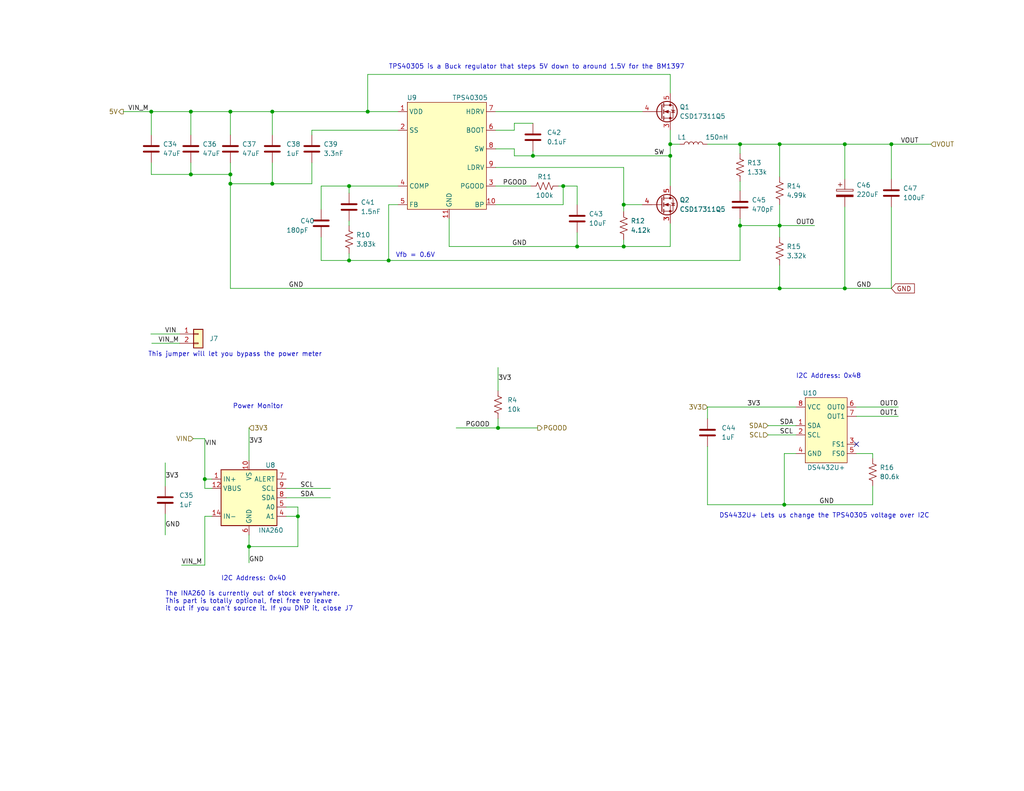
<source format=kicad_sch>
(kicad_sch (version 20230121) (generator eeschema)
  (paper "A")
  (title_block (title "BM1366 bitaxe") (date "2023-10-10") (rev "1.1"))
  (lib_symbols
    (symbol "Connector_Generic:Conn_01x02" (pin_names (offset 1.016) hide)
      (property "Reference" "J" (at 0 2.54 0))
      (property "Value" "Conn_01x02" (at 0 -5.08 0))
      (symbol "Conn_01x02_1_1"
        (rectangle (start -1.27 -2.413) (end 0 -2.667) (stroke (width 0.1524)))
        (rectangle (start -1.27 0.127) (end 0 -0.127) (stroke (width 0.1524)))
        (rectangle (start -1.27 1.27) (end 1.27 -3.81) (stroke (width 0.254)) (fill (type background)))
        (pin passive line (at -5.08 0 0) (length 3.81) (name "Pin_1") (number "1"))
        (pin passive line (at -5.08 -2.54 0) (length 3.81) (name "Pin_2") (number "2"))
      )
    )
    (symbol "Device:C" (pin_numbers hide) (pin_names (offset 0.254))
      (property "Reference" "C" (at 0.635 2.54 0))
      (property "Value" "C" (at 0.635 -2.54 0))
      (symbol "C_0_1"
        (polyline (pts (xy -2.032 -0.762) (xy 2.032 -0.762)) (stroke (width 0.508)))
        (polyline (pts (xy -2.032 0.762) (xy 2.032 0.762)) (stroke (width 0.508)))
      )
      (symbol "C_1_1"
        (pin passive line (at 0 3.81 270) (length 2.794) (name "~") (number "1"))
        (pin passive line (at 0 -3.81 90) (length 2.794) (name "~") (number "2"))
      )
    )
    (symbol "Device:C_Polarized" (pin_numbers hide) (pin_names (offset 0.254))
      (property "Reference" "C" (at 0.635 2.54 0))
      (property "Value" "C_Polarized" (at 0.635 -2.54 0))
      (symbol "C_Polarized_0_1"
        (rectangle (start -2.286 0.508) (end 2.286 1.016))
        (polyline (pts (xy -1.778 2.286) (xy -0.762 2.286)))
        (polyline (pts (xy -1.27 2.794) (xy -1.27 1.778)))
        (rectangle (start 2.286 -0.508) (end -2.286 -1.016) (fill (type outline)))
      )
      (symbol "C_Polarized_1_1"
        (pin passive line (at 0 3.81 270) (length 2.794) (name "~") (number "1"))
        (pin passive line (at 0 -3.81 90) (length 2.794) (name "~") (number "2"))
      )
    )
    (symbol "Device:L" (pin_numbers hide) (pin_names (offset 1.016) hide)
      (property "Reference" "L" (at -1.27 0 90))
      (property "Value" "L" (at 1.905 0 90))
      (symbol "L_0_1"
        (arc (start 0 -2.54) (mid 0.6323 -1.905) (end 0 -1.27))
        (arc (start 0 -1.27) (mid 0.6323 -0.635) (end 0 0))
        (arc (start 0 0) (mid 0.6323 0.635) (end 0 1.27))
        (arc (start 0 1.27) (mid 0.6323 1.905) (end 0 2.54))
      )
      (symbol "L_1_1"
        (pin passive line (at 0 3.81 270) (length 1.27) (name "1") (number "1"))
        (pin passive line (at 0 -3.81 90) (length 1.27) (name "2") (number "2"))
      )
    )
    (symbol "Device:R_US" (pin_numbers hide) (pin_names (offset 0))
      (property "Reference" "R" (at 2.54 0 90))
      (property "Value" "R_US" (at -2.54 0 90))
      (symbol "R_US_0_1"
        (polyline (pts (xy 0 -2.286) (xy 0 -2.54)))
        (polyline (pts (xy 0 2.286) (xy 0 2.54)))
        (polyline (pts (xy 0 -0.762) (xy 1.016 -1.143) (xy 0 -1.524) (xy -1.016 -1.905) (xy 0 -2.286)))
        (polyline (pts (xy 0 0.762) (xy 1.016 0.381) (xy 0 0) (xy -1.016 -0.381) (xy 0 -0.762)))
        (polyline (pts (xy 0 2.286) (xy 1.016 1.905) (xy 0 1.524) (xy -1.016 1.143) (xy 0 0.762)))
      )
      (symbol "R_US_1_1"
        (pin passive line (at 0 3.81 270) (length 1.27) (name "~") (number "1"))
        (pin passive line (at 0 -3.81 90) (length 1.27) (name "~") (number "2"))
      )
    )
    (symbol "Sensor:INA260"
      (property "Reference" "U" (at -6.35 8.89 0))
      (property "Value" "INA260" (at 2.54 8.89 0))
      (symbol "INA260_0_1"
        (rectangle (start -7.62 7.62) (end 7.62 -7.62) (stroke (width 0.254)) (fill (type background)))
      )
      (symbol "INA260_1_1"
        (pin passive line (at -10.16 5.08 0) (length 2.54) (name "IN+") (number "1"))
        (pin power_in line (at 0 10.16 270) (length 2.54) (name "VS") (number "10"))
        (pin passive line (at 0 -10.16 90) (length 2.54) hide (name "GND") (number "11"))
        (pin passive line (at -10.16 2.54 0) (length 2.54) (name "VBUS") (number "12"))
        (pin no_connect line (at 2.54 -7.62 90) (length 2.54) hide (name "NC") (number "13"))
        (pin passive line (at -10.16 -5.08 0) (length 2.54) (name "IN-") (number "14"))
        (pin passive line (at -10.16 -5.08 0) (length 2.54) hide (name "IN-") (number "15"))
        (pin passive line (at -10.16 -5.08 0) (length 2.54) hide (name "IN-") (number "16"))
        (pin passive line (at -10.16 5.08 0) (length 2.54) hide (name "IN+") (number "2"))
        (pin passive line (at -10.16 5.08 0) (length 2.54) hide (name "IN+") (number "3"))
        (pin input line (at 10.16 -5.08 180) (length 2.54) (name "A1") (number "4"))
        (pin input line (at 10.16 -2.54 180) (length 2.54) (name "A0") (number "5"))
        (pin power_in line (at 0 -10.16 90) (length 2.54) (name "GND") (number "6"))
        (pin open_collector line (at 10.16 5.08 180) (length 2.54) (name "ALERT") (number "7"))
        (pin bidirectional line (at 10.16 0 180) (length 2.54) (name "SDA") (number "8"))
        (pin input line (at 10.16 2.54 180) (length 2.54) (name "SCL") (number "9"))
      )
    )
    (symbol "bitaxe:DS4432U+"
      (property "Reference" "U10" (at -5.08 10.16 0))
      (property "Value" "DS4432U+" (at -0.635 -10.16 0))
      (symbol "DS4432U+_0_1"
        (rectangle (start -6.35 8.89) (end 5.08 -8.89) (stroke (width 0.1524)) (fill (type background)))
      )
      (symbol "DS4432U+_1_1"
        (pin input line (at -8.89 1.27 0) (length 2.54) (name "SDA") (number "1"))
        (pin input line (at -8.89 -1.27 0) (length 2.54) (name "SCL") (number "2"))
        (pin input line (at 7.62 -3.81 180) (length 2.54) (name "FS1") (number "3"))
        (pin power_in line (at -8.89 -6.35 0) (length 2.54) (name "GND") (number "4"))
        (pin input line (at 7.62 -6.35 180) (length 2.54) (name "FS0") (number "5"))
        (pin output line (at 7.62 6.35 180) (length 2.54) (name "OUT0") (number "6"))
        (pin output line (at 7.62 3.81 180) (length 2.54) (name "OUT1") (number "7"))
        (pin power_in line (at -8.89 6.35 0) (length 2.54) (name "VCC") (number "8"))
      )
    )
    (symbol "bitaxe:Q_NMOS_CSD17311Q5_1" (pin_names (offset 0) hide)
      (property "Reference" "Q1" (at 5.08 1.27 0))
      (property "Value" "CSD17311Q5" (at 5.08 -1.27 0))
      (symbol "Q_NMOS_CSD17311Q5_1_0_1"
        (polyline (pts (xy 0.254 0) (xy -2.54 0)))
        (polyline (pts (xy 0.254 1.905) (xy 0.254 -1.905)) (stroke (width 0.254)))
        (polyline (pts (xy 0.762 -1.27) (xy 0.762 -2.286)) (stroke (width 0.254)))
        (polyline (pts (xy 0.762 0.508) (xy 0.762 -0.508)) (stroke (width 0.254)))
        (polyline (pts (xy 0.762 2.286) (xy 0.762 1.27)) (stroke (width 0.254)))
        (polyline (pts (xy 2.54 2.54) (xy 2.54 1.778)))
        (polyline (pts (xy 2.54 -2.54) (xy 2.54 0) (xy 0.762 0)))
        (polyline (pts (xy 0.762 -1.778) (xy 3.302 -1.778) (xy 3.302 1.778) (xy 0.762 1.778)))
        (polyline (pts (xy 1.016 0) (xy 2.032 0.381) (xy 2.032 -0.381) (xy 1.016 0)) (fill (type outline)))
        (polyline (pts (xy 2.794 0.508) (xy 2.921 0.381) (xy 3.683 0.381) (xy 3.81 0.254)))
        (polyline (pts (xy 3.302 0.381) (xy 2.921 -0.254) (xy 3.683 -0.254) (xy 3.302 0.381)))
        (circle (center 1.651 0) (radius 2.794) (stroke (width 0.254)))
        (circle (center 2.54 -1.778) (radius 0.254) (fill (type outline)))
        (circle (center 2.54 1.778) (radius 0.254) (fill (type outline)))
      )
      (symbol "Q_NMOS_CSD17311Q5_1_1_1"
        (pin passive line (at 2.54 -5.08 90) (length 2.54) hide (name "") (number "1"))
        (pin passive line (at 2.54 -5.08 90) (length 2.54) hide (name "") (number "2"))
        (pin passive line (at 2.54 -5.08 90) (length 2.54) (name "S") (number "3"))
        (pin input line (at -5.08 0 0) (length 2.54) (name "G") (number "4"))
        (pin passive line (at 2.54 5.08 270) (length 2.54) (name "D") (number "5"))
      )
    )
    (symbol "bitaxe:TPS40305"
      (property "Reference" "U9" (at -10.16 16.51 0))
      (property "Value" "TPS40305" (at 5.715 16.51 0))
      (symbol "TPS40305_0_1"
        (rectangle (start -11.43 15.24) (end 10.16 -13.97) (stroke (width 0.1524)) (fill (type background)))
      )
      (symbol "TPS40305_1_1"
        (pin input line (at -13.97 12.7 0) (length 2.54) (name "VDD") (number "1"))
        (pin input line (at 12.7 -12.7 180) (length 2.54) (name "BP") (number "10"))
        (pin input line (at 0 -16.51 90) (length 2.54) (name "GND") (number "11"))
        (pin input line (at -13.97 7.62 0) (length 2.54) (name "SS") (number "2"))
        (pin input line (at 12.7 -7.62 180) (length 2.54) (name "PGOOD") (number "3"))
        (pin input line (at -13.97 -7.62 0) (length 2.54) (name "COMP") (number "4"))
        (pin input line (at -13.97 -12.7 0) (length 2.54) (name "FB") (number "5"))
        (pin input line (at 12.7 7.62 180) (length 2.54) (name "BOOT") (number "6"))
        (pin input line (at 12.7 12.7 180) (length 2.54) (name "HDRV") (number "7"))
        (pin input line (at 12.7 2.54 180) (length 2.54) (name "SW") (number "8"))
        (pin input line (at 12.7 -2.54 180) (length 2.54) (name "LDRV") (number "9"))
      )
    )
  )
  (junction (at 135.89 116.84))
  (junction (at 62.865 50.165))
  (junction (at 201.93 61.595))
  (junction (at 62.865 47.625))
  (junction (at 153.67 50.8))
  (junction (at 213.995 137.795))
  (junction (at 41.275 30.48))
  (junction (at 145.415 42.545))
  (junction (at 182.88 42.545))
  (junction (at 212.725 78.74))
  (junction (at 95.25 50.8))
  (junction (at 182.88 39.37))
  (junction (at 170.18 55.88))
  (junction (at 230.505 78.74))
  (junction (at 212.725 39.37))
  (junction (at 52.07 47.625))
  (junction (at 74.295 30.48))
  (junction (at 100.33 30.48))
  (junction (at 106.045 71.12))
  (junction (at 67.945 149.225))
  (junction (at 52.07 30.48))
  (junction (at 230.505 39.37))
  (junction (at 212.725 61.595))
  (junction (at 81.28 140.97))
  (junction (at 157.48 67.31))
  (junction (at 62.865 30.48))
  (junction (at 74.295 50.165))
  (junction (at 243.205 39.37))
  (junction (at 55.88 130.81))
  (junction (at 201.93 39.37))
  (junction (at 95.25 71.12))
  (junction (at 170.18 67.31))
  (no_connect (at 233.68 121.285))
  (wire (pts (xy 243.205 39.37) (xy 230.505 39.37)))
  (wire (pts (xy 193.04 111.125) (xy 217.17 111.125)))
  (wire (pts (xy 157.48 63.5) (xy 157.48 67.31)))
  (wire (pts (xy 41.275 30.48) (xy 52.07 30.48)))
  (wire (pts (xy 108.585 50.8) (xy 95.25 50.8)))
  (wire (pts (xy 182.88 35.56) (xy 182.88 39.37)))
  (wire (pts (xy 243.205 48.895) (xy 243.205 39.37)))
  (wire (pts (xy 170.18 55.88) (xy 175.26 55.88)))
  (wire (pts (xy 67.945 116.84) (xy 67.945 125.73)))
  (wire (pts (xy 95.25 60.325) (xy 95.25 61.595)))
  (wire (pts (xy 74.295 44.45) (xy 74.295 50.165)))
  (wire (pts (xy 212.725 55.88) (xy 212.725 61.595)))
  (wire (pts (xy 170.18 45.72) (xy 170.18 55.88)))
  (wire (pts (xy 55.88 130.81) (xy 55.88 119.761)))
  (wire (pts (xy 52.07 44.45) (xy 52.07 47.625)))
  (wire (pts (xy 170.18 67.31) (xy 170.18 65.405)))
  (wire (pts (xy 233.68 113.665) (xy 245.11 113.665)))
  (wire (pts (xy 85.09 44.45) (xy 85.09 50.165)))
  (wire (pts (xy 182.88 20.32) (xy 100.33 20.32)))
  (wire (pts (xy 193.04 114.3) (xy 193.04 111.125)))
  (wire (pts (xy 201.93 39.37) (xy 201.93 41.91)))
  (wire (pts (xy 57.785 133.35) (xy 55.88 133.35)))
  (wire (pts (xy 52.07 47.625) (xy 62.865 47.625)))
  (wire (pts (xy 243.205 39.37) (xy 254 39.37)))
  (wire (pts (xy 55.88 140.97) (xy 55.88 154.305)))
  (wire (pts (xy 124.46 116.84) (xy 135.89 116.84)))
  (wire (pts (xy 87.63 71.12) (xy 87.63 64.77)))
  (wire (pts (xy 87.63 50.8) (xy 87.63 57.15)))
  (wire (pts (xy 49.53 154.305) (xy 55.88 154.305)))
  (wire (pts (xy 209.55 116.205) (xy 217.17 116.205)))
  (wire (pts (xy 62.865 50.165) (xy 74.295 50.165)))
  (wire (pts (xy 78.105 138.43) (xy 81.28 138.43)))
  (wire (pts (xy 122.555 67.31) (xy 157.48 67.31)))
  (wire (pts (xy 81.28 149.225) (xy 67.945 149.225)))
  (wire (pts (xy 213.995 123.825) (xy 217.17 123.825)))
  (wire (pts (xy 62.865 78.74) (xy 212.725 78.74)))
  (wire (pts (xy 201.93 49.53) (xy 201.93 52.07)))
  (wire (pts (xy 57.785 130.81) (xy 55.88 130.81)))
  (wire (pts (xy 74.295 30.48) (xy 74.295 36.83)))
  (wire (pts (xy 95.25 69.215) (xy 95.25 71.12)))
  (wire (pts (xy 212.725 72.39) (xy 212.725 78.74)))
  (wire (pts (xy 41.402 93.726) (xy 49.022 93.726)))
  (wire (pts (xy 157.48 67.31) (xy 170.18 67.31)))
  (wire (pts (xy 238.125 132.715) (xy 238.125 137.795)))
  (wire (pts (xy 153.67 55.88) (xy 153.67 50.8)))
  (wire (pts (xy 230.505 39.37) (xy 230.505 48.895)))
  (wire (pts (xy 212.725 61.595) (xy 212.725 64.77)))
  (wire (pts (xy 140.335 40.64) (xy 140.335 42.545)))
  (wire (pts (xy 182.88 60.96) (xy 182.88 67.31)))
  (wire (pts (xy 81.28 138.43) (xy 81.28 140.97)))
  (wire (pts (xy 135.255 45.72) (xy 170.18 45.72)))
  (wire (pts (xy 135.255 40.64) (xy 140.335 40.64)))
  (wire (pts (xy 41.275 47.625) (xy 52.07 47.625)))
  (wire (pts (xy 233.68 111.125) (xy 245.11 111.125)))
  (wire (pts (xy 135.255 55.88) (xy 153.67 55.88)))
  (wire (pts (xy 41.275 36.83) (xy 41.275 30.48)))
  (wire (pts (xy 230.505 56.515) (xy 230.505 78.74)))
  (wire (pts (xy 62.865 30.48) (xy 62.865 36.83)))
  (wire (pts (xy 152.4 50.8) (xy 153.67 50.8)))
  (wire (pts (xy 52.07 30.48) (xy 62.865 30.48)))
  (wire (pts (xy 213.995 137.795) (xy 213.995 123.825)))
  (wire (pts (xy 45.085 140.335) (xy 45.085 146.05)))
  (wire (pts (xy 140.335 42.545) (xy 145.415 42.545)))
  (wire (pts (xy 230.505 39.37) (xy 212.725 39.37)))
  (wire (pts (xy 100.33 20.32) (xy 100.33 30.48)))
  (wire (pts (xy 182.88 67.31) (xy 170.18 67.31)))
  (wire (pts (xy 67.945 149.225) (xy 67.945 153.67)))
  (wire (pts (xy 233.68 123.825) (xy 238.125 123.825)))
  (wire (pts (xy 135.89 116.84) (xy 146.685 116.84)))
  (wire (pts (xy 170.18 55.88) (xy 170.18 57.785)))
  (wire (pts (xy 182.88 42.545) (xy 182.88 50.8)))
  (wire (pts (xy 95.25 71.12) (xy 87.63 71.12)))
  (wire (pts (xy 62.865 30.48) (xy 74.295 30.48)))
  (wire (pts (xy 230.505 78.74) (xy 243.205 78.74)))
  (wire (pts (xy 193.04 137.795) (xy 213.995 137.795)))
  (wire (pts (xy 78.105 140.97) (xy 81.28 140.97)))
  (wire (pts (xy 67.945 146.05) (xy 67.945 149.225)))
  (wire (pts (xy 135.255 50.8) (xy 144.78 50.8)))
  (wire (pts (xy 106.045 71.12) (xy 95.25 71.12)))
  (wire (pts (xy 157.48 50.8) (xy 157.48 55.88)))
  (wire (pts (xy 52.07 30.48) (xy 52.07 36.83)))
  (wire (pts (xy 135.89 114.3) (xy 135.89 116.84)))
  (wire (pts (xy 62.865 47.625) (xy 62.865 50.165)))
  (wire (pts (xy 145.415 42.545) (xy 182.88 42.545)))
  (wire (pts (xy 182.88 25.4) (xy 182.88 20.32)))
  (wire (pts (xy 62.865 50.165) (xy 62.865 78.74)))
  (wire (pts (xy 41.275 44.45) (xy 41.275 47.625)))
  (wire (pts (xy 62.865 44.45) (xy 62.865 47.625)))
  (wire (pts (xy 122.555 59.69) (xy 122.555 67.31)))
  (wire (pts (xy 212.725 61.595) (xy 222.25 61.595)))
  (wire (pts (xy 212.725 78.74) (xy 230.505 78.74)))
  (wire (pts (xy 193.04 39.37) (xy 201.93 39.37)))
  (wire (pts (xy 209.55 118.745) (xy 217.17 118.745)))
  (wire (pts (xy 108.585 55.88) (xy 106.045 55.88)))
  (wire (pts (xy 108.585 35.56) (xy 85.09 35.56)))
  (wire (pts (xy 57.785 140.97) (xy 55.88 140.97)))
  (wire (pts (xy 201.93 39.37) (xy 212.725 39.37)))
  (wire (pts (xy 153.67 50.8) (xy 157.48 50.8)))
  (wire (pts (xy 140.335 35.56) (xy 140.335 33.655)))
  (wire (pts (xy 201.93 59.69) (xy 201.93 61.595)))
  (wire (pts (xy 41.148 91.186) (xy 49.022 91.186)))
  (wire (pts (xy 243.205 56.515) (xy 243.205 78.74)))
  (wire (pts (xy 201.93 71.12) (xy 106.045 71.12)))
  (wire (pts (xy 95.25 50.8) (xy 87.63 50.8)))
  (wire (pts (xy 74.295 30.48) (xy 100.33 30.48)))
  (wire (pts (xy 140.335 33.655) (xy 145.415 33.655)))
  (wire (pts (xy 145.415 41.275) (xy 145.415 42.545)))
  (wire (pts (xy 45.085 126.365) (xy 45.085 132.715)))
  (wire (pts (xy 135.255 30.48) (xy 175.26 30.48)))
  (wire (pts (xy 55.88 133.35) (xy 55.88 130.81)))
  (wire (pts (xy 100.33 30.48) (xy 108.585 30.48)))
  (wire (pts (xy 85.09 35.56) (xy 85.09 36.83)))
  (wire (pts (xy 212.725 39.37) (xy 212.725 48.26)))
  (wire (pts (xy 182.88 39.37) (xy 185.42 39.37)))
  (wire (pts (xy 135.89 100.33) (xy 135.89 106.68)))
  (wire (pts (xy 238.125 123.825) (xy 238.125 125.095)))
  (wire (pts (xy 201.93 61.595) (xy 201.93 71.12)))
  (wire (pts (xy 135.255 35.56) (xy 140.335 35.56)))
  (wire (pts (xy 78.105 133.35) (xy 90.17 133.35)))
  (wire (pts (xy 81.28 140.97) (xy 81.28 149.225)))
  (wire (pts (xy 106.045 55.88) (xy 106.045 71.12)))
  (wire (pts (xy 182.88 39.37) (xy 182.88 42.545)))
  (wire (pts (xy 238.125 137.795) (xy 213.995 137.795)))
  (wire (pts (xy 193.04 121.92) (xy 193.04 137.795)))
  (wire (pts (xy 52.705 119.761) (xy 55.88 119.761)))
  (wire (pts (xy 33.655 30.48) (xy 41.275 30.48)))
  (wire (pts (xy 78.105 135.89) (xy 90.17 135.89)))
  (wire (pts (xy 74.295 50.165) (xy 85.09 50.165)))
  (wire (pts (xy 201.93 61.595) (xy 212.725 61.595)))
  (wire (pts (xy 95.25 50.8) (xy 95.25 52.705)))
  (text "DS4432U+ Lets us change the TPS40305 voltage over I2C" (at 196.215 141.605 0) (effects (font (size 1.27 1.27)) (justify left bottom)))
  (text "I2C Address: 0x48" (at 217.17 103.505 0) (effects (font (size 1.27 1.27)) (justify left bottom)))
  (text "The INA260 is currently out of stock everywhere.\nThis part is totally optional, feel free to leave \nit out if you can't source it. If you DNP it, close J7" (at 45.085 167.005 0) (effects (font (size 1.27 1.27)) (justify left bottom)))
  (text "Power Monitor" (at 63.5 111.76 0) (effects (font (size 1.27 1.27)) (justify left bottom)))
  (text "TPS40305 is a Buck regulator that steps 5V down to around 1.5V for the BM1397" (at 106.045 19.05 0) (effects (font (size 1.27 1.27)) (justify left bottom)))
  (text "I2C Address: 0x40" (at 60.325 158.75 0) (effects (font (size 1.27 1.27)) (justify left bottom)))
  (text "Vfb = 0.6V" (at 107.95 70.485 0) (effects (font (size 1.27 1.27)) (justify left bottom)))
  (text "This jumper will let you bypass the power meter" (at 40.386 97.536 0) (effects (font (size 1.27 1.27)) (justify left bottom)))
  (label "3V3" (at 203.835 111.125 0))
  (label "SDA" (at 212.725 116.205 0))
  (label "VIN_M" (at 34.925 30.48 0))
  (label "GND" (at 233.68 78.74 0))
  (label "VIN_M" (at 49.53 154.305 0))
  (label "GND" (at 78.74 78.74 0))
  (label "VIN" (at 44.958 91.186 0))
  (label "GND" (at 67.945 153.67 0))
  (label "3V3" (at 67.945 121.285 0))
  (label "PGOOD" (at 137.16 50.8 0))
  (label "GND" (at 45.085 144.145 0))
  (label "SCL" (at 81.915 133.35 0))
  (label "VOUT" (at 245.745 39.37 0))
  (label "3V3" (at 45.085 130.81 0))
  (label "OUT1" (at 240.03 113.665 0))
  (label "SCL" (at 212.725 118.745 0))
  (label "SDA" (at 81.915 135.89 0))
  (label "OUT0" (at 217.17 61.595 0))
  (label "OUT0" (at 240.03 111.125 0))
  (label "GND" (at 223.52 137.795 0))
  (label "VIN_M" (at 43.18 93.726 0))
  (label "3V3" (at 135.89 104.14 0))
  (label "PGOOD" (at 127 116.84 0))
  (label "SW" (at 178.435 42.545 0))
  (label "GND" (at 139.7 67.31 0))
  (label "VIN" (at 55.88 121.92 0))
  (global_label "GND" (shape input) (at 243.205 78.74 0) (property "Intersheetrefs" "${INTERSHEET_REFS}" (effects hide)))
  (hierarchical_label "SDA" (shape input) (at 209.55 116.205 180))
  (hierarchical_label "5V" (shape output) (at 33.655 30.48 180))
  (hierarchical_label "SCL" (shape input) (at 209.55 118.745 180))
  (hierarchical_label "3V3" (shape input) (at 67.945 116.84 0))
  (hierarchical_label "VOUT" (shape input) (at 254 39.37 0))
  (hierarchical_label "VIN" (shape input) (at 52.705 119.761 180))
  (hierarchical_label "3V3" (shape input) (at 193.04 111.125 180))
  (hierarchical_label "PGOOD" (shape output) (at 146.685 116.84 0))
  (symbol (lib_id "Device:C") (at 157.48 59.69 0) (unit 1)
    (property "Reference" "C43" (at 160.655 58.4199 0) (effects (justify left)))
    (property "Value" "10uF" (at 160.655 60.9599 0) (effects (justify left)))
    (property "Footprint" "Capacitor_SMD:C_0805_2012Metric" (effects hide))
    (property "DK" "1276-1096-1-ND" (effects hide))
    (property "PARTNO" "CL21A106KOQNNNE" (effects hide))
  )
  (symbol (lib_id "Device:R_US") (at 212.725 52.07 0) (unit 1)
    (property "Reference" "R14" (at 214.63 50.7999 0) (effects (justify left)))
    (property "Value" "4.99k" (at 214.63 53.3399 0) (effects (justify left)))
    (property "Footprint" "Resistor_SMD:R_0402_1005Metric" (effects hide))
    (property "DK" "311-4.99KLRCT-ND" (effects hide))
    (property "PARTNO" "RC0402FR-074K99L" (effects hide))
  )
  (symbol (lib_id "Device:C") (at 62.865 40.64 0) (unit 1)
    (property "Reference" "C37" (at 66.04 39.3699 0) (effects (justify left)))
    (property "Value" "47uF" (at 66.04 41.9099 0) (effects (justify left)))
    (property "Footprint" "Capacitor_SMD:C_1210_3225Metric" (effects hide))
    (property "DK" "490-6539-1-ND" (effects hide))
    (property "PARTNO" "GRM32ER61C476KE15L" (effects hide))
  )
  (symbol (lib_id "Device:C_Polarized") (at 230.505 52.705 0) (unit 1)
    (property "Reference" "C46" (at 233.68 50.5459 0) (effects (justify left)))
    (property "Value" "220uF" (at 233.68 53.0859 0) (effects (justify left)))
    (property "Footprint" "bitaxe:CAP_2R5TPE220MAFB" (effects hide))
    (property "Datasheet" "https://media.digikey.com/pdf/Data%20Sheets/Panasonic%20Capacitors%20PDFs/TPE_Series_POSCAP_Rev02_Oct_2017.pdf" (effects hide))
    (property "PARTNO" "2R5TPE220MAFB" (effects hide))
    (property "DK" "P16200CT-ND" (effects hide))
  )
  (symbol (lib_id "bitaxe:TPS40305") (at 122.555 43.18 0) (unit 1)
    (property "Reference" "U9" (at 112.395 26.67 0))
    (property "Value" "TPS40305" (at 128.27 26.67 0))
    (property "Footprint" "bitaxe:TPS40305" (effects hide))
    (property "Datasheet" "https://www.ti.com/lit/ds/symlink/tps40303.pdf" (effects hide))
    (property "DK" "296-37445-1-ND" (effects hide))
    (property "PARTNO" "TPS40305DRCR" (effects hide))
  )
  (symbol (lib_id "Sensor:INA260") (at 67.945 135.89 0) (unit 1)
    (property "Reference" "U8" (at 72.39 127 0) (effects (justify left)))
    (property "Value" "INA260" (at 70.485 144.78 0) (effects (justify left)))
    (property "Footprint" "Package_SO:TSSOP-16_4.4x5mm_P0.65mm" (effects hide))
    (property "Datasheet" "http://www.ti.com/lit/ds/symlink/ina260.pdf" (effects hide))
    (property "PARTNO" "INA260AIPW" (effects hide))
    (property "DK" "296-45218-5-ND" (effects hide))
  )
  (symbol (lib_id "Device:C") (at 41.275 40.64 0) (unit 1)
    (property "Reference" "C34" (at 44.45 39.3699 0) (effects (justify left)))
    (property "Value" "47uF" (at 44.45 41.9099 0) (effects (justify left)))
    (property "Footprint" "Capacitor_SMD:C_1210_3225Metric" (effects hide))
    (property "DK" "490-6539-1-ND" (effects hide))
    (property "PARTNO" "GRM32ER61C476KE15L" (effects hide))
  )
  (symbol (lib_id "bitaxe:Q_NMOS_CSD17311Q5_1") (at 180.34 55.88 0) (unit 1)
    (property "Reference" "Q2" (at 185.42 54.61 0) (effects (justify left)))
    (property "Value" "CSD17311Q5" (at 185.42 57.15 0) (effects (justify left)))
    (property "Footprint" "bitaxe:CSD17311Q5" (effects hide))
    (property "Datasheet" "https://www.ti.com/lit/ds/symlink/csd17311q5.pdf" (effects hide))
    (property "DK" "296-27625-1-ND" (effects hide))
    (property "PARTNO" "CSD17311Q5" (effects hide))
  )
  (symbol (lib_id "Device:C") (at 85.09 40.64 0) (unit 1)
    (property "Reference" "C39" (at 88.265 39.3699 0) (effects (justify left)))
    (property "Value" "3.3nF" (at 88.265 41.9099 0) (effects (justify left)))
    (property "Footprint" "Capacitor_SMD:C_0402_1005Metric" (effects hide))
    (property "DK" "1276-1552-1-ND" (effects hide))
    (property "PARTNO" "CL05B332KB5NNNC" (effects hide))
  )
  (symbol (lib_id "Device:C") (at 52.07 40.64 0) (unit 1)
    (property "Reference" "C36" (at 55.245 39.3699 0) (effects (justify left)))
    (property "Value" "47uF" (at 55.245 41.9099 0) (effects (justify left)))
    (property "Footprint" "Capacitor_SMD:C_1210_3225Metric" (effects hide))
    (property "DK" "490-6539-1-ND" (effects hide))
    (property "PARTNO" "GRM32ER61C476KE15L" (effects hide))
  )
  (symbol (lib_id "Device:C") (at 74.295 40.64 0) (unit 1)
    (property "Reference" "C38" (at 78.105 39.3699 0) (effects (justify left)))
    (property "Value" "1uF" (at 78.105 41.9099 0) (effects (justify left)))
    (property "Footprint" "Capacitor_SMD:C_0805_2012Metric" (effects hide))
    (property "DK" "1276-6471-1-ND" (effects hide))
    (property "PARTNO" "CL21B105KOFNNNG" (effects hide))
  )
  (symbol (lib_id "bitaxe:DS4432U+") (at 226.06 117.475 0) (unit 1)
    (property "Reference" "U10" (at 220.98 107.315 0))
    (property "Value" "DS4432U+" (at 225.425 127.635 0))
    (property "Footprint" "Package_SO:TSSOP-8_3x3mm_P0.65mm" (effects hide))
    (property "Datasheet" "https://datasheets.maximintegrated.com/en/ds/DS4432.pdf" (effects hide))
    (property "DK" "DS4432U+-ND" (effects hide))
    (property "PARTNO" "DS4432U+" (effects hide))
  )
  (symbol (lib_id "Device:C") (at 243.205 52.705 0) (unit 1)
    (property "Reference" "C47" (at 246.38 51.4349 0) (effects (justify left)))
    (property "Value" "100uF" (at 246.38 53.9749 0) (effects (justify left)))
    (property "Footprint" "Capacitor_SMD:C_1206_3216Metric" (effects hide))
    (property "PARTNO" "C3216X5R0J107M160AB" (effects hide))
    (property "DK" "445-6008-1-ND" (effects hide))
  )
  (symbol (lib_id "Device:C") (at 95.25 56.515 0) (unit 1)
    (property "Reference" "C41" (at 98.425 55.2449 0) (effects (justify left)))
    (property "Value" "1.5nF" (at 98.425 57.7849 0) (effects (justify left)))
    (property "Footprint" "Capacitor_SMD:C_0805_2012Metric" (effects hide))
    (property "DK" "311-1128-1-ND" (effects hide))
    (property "PARTNO" "CC0805KRX7R9BB152" (effects hide))
  )
  (symbol (lib_id "Device:R_US") (at 212.725 68.58 0) (unit 1)
    (property "Reference" "R15" (at 214.63 67.3099 0) (effects (justify left)))
    (property "Value" "3.32k" (at 214.63 69.8499 0) (effects (justify left)))
    (property "Footprint" "Resistor_SMD:R_0402_1005Metric" (effects hide))
    (property "DK" "311-3.32KLRCT-ND" (effects hide))
    (property "PARTNO" "RC0402FR-073K32L" (effects hide))
  )
  (symbol (lib_id "Device:R_US") (at 148.59 50.8 90) (unit 1)
    (property "Reference" "R11" (at 148.59 48.26 90))
    (property "Value" "100k" (at 148.59 53.34 90))
    (property "Footprint" "Resistor_SMD:R_0402_1005Metric" (effects hide))
    (property "DK" "311-100KJRCT-ND" (effects hide))
    (property "PARTNO" "RC0402JR-07100KL" (effects hide))
  )
  (symbol (lib_id "Device:C") (at 145.415 37.465 0) (unit 1)
    (property "Reference" "C42" (at 149.225 36.1949 0) (effects (justify left)))
    (property "Value" "0.1uF" (at 149.225 38.7349 0) (effects (justify left)))
    (property "Footprint" "Capacitor_SMD:C_0402_1005Metric" (effects hide))
    (property "DK" "1292-1639-1-ND" (effects hide))
    (property "PARTNO" "0402X104K100CT" (effects hide))
  )
  (symbol (lib_id "Connector_Generic:Conn_01x02") (at 54.102 91.186 0) (unit 1) (in_bom no)
    (property "Reference" "J7" (at 57.15 92.4559 0) (effects (justify left)))
    (property "Value" "Conn_01x02" (effects hide))
    (property "Footprint" "Connector_PinHeader_2.54mm:PinHeader_1x02_P2.54mm_Vertical" (effects hide))
  )
  (symbol (lib_id "Device:R_US") (at 238.125 128.905 0) (unit 1)
    (property "Reference" "R16" (at 240.03 127.635 0) (effects (justify left)))
    (property "Value" "80.6k" (at 240.03 130.175 0) (effects (justify left)))
    (property "Footprint" "Resistor_SMD:R_0402_1005Metric" (effects hide))
    (property "DK" "311-80.6KLRCT-ND" (effects hide))
    (property "PARTNO" "RC0402FR-0780K6L" (effects hide))
  )
  (symbol (lib_id "Device:C") (at 193.04 118.11 0) (unit 1)
    (property "Reference" "C44" (at 196.85 116.8399 0) (effects (justify left)))
    (property "Value" "1uF" (at 196.85 119.3799 0) (effects (justify left)))
    (property "Footprint" "Capacitor_SMD:C_0402_1005Metric" (effects hide))
    (property "DK" "587-5514-1-ND" (effects hide))
    (property "PARTNO" "EMK105BJ105MV-F" (effects hide))
  )
  (symbol (lib_id "Device:R_US") (at 201.93 45.72 0) (unit 1)
    (property "Reference" "R13" (at 203.835 44.4499 0) (effects (justify left)))
    (property "Value" "1.33k" (at 203.835 46.9899 0) (effects (justify left)))
    (property "Footprint" "Resistor_SMD:R_0402_1005Metric" (effects hide))
    (property "DK" "311-1.33KLRCT-ND" (effects hide))
    (property "PARTNO" "RC0402FR-071K33L" (effects hide))
  )
  (symbol (lib_id "Device:R_US") (at 95.25 65.405 0) (unit 1)
    (property "Reference" "R10" (at 97.155 64.1349 0) (effects (justify left)))
    (property "Value" "3.83k" (at 97.155 66.6749 0) (effects (justify left)))
    (property "Footprint" "Resistor_SMD:R_0402_1005Metric" (effects hide))
    (property "DK" "311-3.83KLRCT-ND" (effects hide))
    (property "PARTNO" "RC0402FR-073K83L" (effects hide))
  )
  (symbol (lib_id "bitaxe:Q_NMOS_CSD17311Q5_1") (at 180.34 30.48 0) (unit 1)
    (property "Reference" "Q1" (at 185.42 29.21 0) (effects (justify left)))
    (property "Value" "CSD17311Q5" (at 185.42 31.75 0) (effects (justify left)))
    (property "Footprint" "bitaxe:CSD17311Q5" (effects hide))
    (property "Datasheet" "https://www.ti.com/lit/ds/symlink/csd17311q5.pdf" (effects hide))
    (property "DK" "296-27625-1-ND" (effects hide))
    (property "PARTNO" "CSD17311Q5" (effects hide))
  )
  (symbol (lib_id "Device:C") (at 201.93 55.88 0) (unit 1)
    (property "Reference" "C45" (at 205.105 54.6099 0) (effects (justify left)))
    (property "Value" "470pF" (at 205.105 57.1499 0) (effects (justify left)))
    (property "Footprint" "Capacitor_SMD:C_0805_2012Metric" (effects hide))
    (property "DK" "1292-1580-1-ND" (effects hide))
    (property "PARTNO" "0805B471K500CT" (effects hide))
  )
  (symbol (lib_id "Device:L") (at 189.23 39.37 90) (unit 1)
    (property "Reference" "L1" (at 186.055 37.465 90))
    (property "Value" "150nH" (at 195.58 37.465 90))
    (property "Footprint" "bitaxe:FP1005R1-R15-R" (effects hide))
    (property "Datasheet" "https://www.eaton.com/content/dam/eaton/products/electronic-components/resources/data-sheet/eaton-fp1005r-high-current-power-inductors-data-sheet.pdf" (effects hide))
    (property "PARTNO" "FP1005R1-R15-R" (effects hide))
    (property "DK" "513-1568-1-ND" (effects hide))
  )
  (symbol (lib_id "Device:R_US") (at 170.18 61.595 0) (unit 1)
    (property "Reference" "R12" (at 172.085 60.3249 0) (effects (justify left)))
    (property "Value" "4.12k" (at 172.085 62.8649 0) (effects (justify left)))
    (property "Footprint" "Resistor_SMD:R_0402_1005Metric" (effects hide))
    (property "DK" "RMCF0402FT4K12CT-ND" (effects hide))
    (property "PARTNO" "RMCF0402FT4K12" (effects hide))
  )
  (symbol (lib_id "Device:C") (at 45.085 136.525 0) (unit 1)
    (property "Reference" "C35" (at 48.895 135.2549 0) (effects (justify left)))
    (property "Value" "1uF" (at 48.895 137.7949 0) (effects (justify left)))
    (property "Footprint" "Capacitor_SMD:C_0402_1005Metric" (effects hide))
    (property "DK" "587-5514-1-ND" (effects hide))
    (property "PARTNO" "EMK105BJ105MV-F" (effects hide))
  )
  (symbol (lib_id "Device:C") (at 87.63 60.96 0) (unit 1)
    (property "Reference" "C40" (at 81.915 60.325 0) (effects (justify left)))
    (property "Value" "180pF" (at 78.105 62.865 0) (effects (justify left)))
    (property "Footprint" "Capacitor_SMD:C_0805_2012Metric" (effects hide))
    (property "DK" "311-1114-1-ND" (effects hide))
    (property "PARTNO" "CC0805JRNPO9BN181" (effects hide))
  )
  (symbol (lib_id "Device:R_US") (at 135.89 110.49 0) (unit 1)
    (property "Reference" "R4" (at 138.43 109.2199 0) (effects (justify left)))
    (property "Value" "10k" (at 138.43 111.7599 0) (effects (justify left)))
    (property "Footprint" "Resistor_SMD:R_0402_1005Metric" (effects hide))
    (property "DK" "311-10KJRCT-ND" (effects hide))
    (property "PARTNO" "RC0402JR-0710KL" (effects hide))
  )
)
</source>
